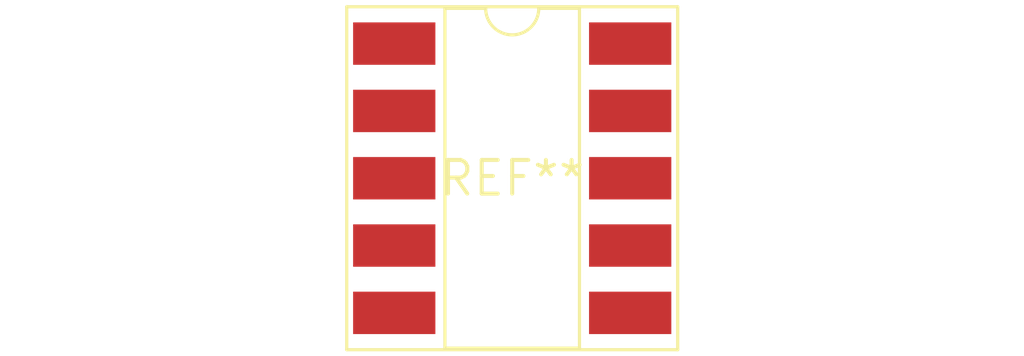
<source format=kicad_pcb>
(kicad_pcb (version 20240108) (generator pcbnew)
  (layers (0 "F.Cu" signal) (31 "B.Cu" signal) (34 "B.Paste" user) (35 "F.Paste" user) (36 "B.SilkS" user "B.Silkscreen") (37 "F.SilkS" user "F.Silkscreen") (38 "B.Mask" user) (39 "F.Mask" user) (44 "Edge.Cuts" user))
  (net 0 "")
  (footprint "DIP-10_W8.89mm_SMDSocket_LongPads" (layer "F.Cu") (at 0 0)
    (property "Reference" "REF**")
    (property "Value" "DIP-10_W8.89mm_SMDSocket_LongPads")
    (fp_line (start -6.235 -6.47) (end -6.235 6.47) (layer "F.SilkS") (stroke (width 0.12)))
    (fp_line (start -6.235 6.47) (end 6.235 6.47) (layer "F.SilkS") (stroke (width 0.12)))
    (fp_line (start -2.535 -6.41) (end -2.535 6.41) (layer "F.SilkS") (stroke (width 0.12)))
    (fp_line (start -2.535 6.41) (end 2.535 6.41) (layer "F.SilkS") (stroke (width 0.12)))
    (fp_line (start -1 -6.41) (end -2.535 -6.41) (layer "F.SilkS") (stroke (width 0.12)))
    (fp_line (start 2.535 -6.41) (end 1 -6.41) (layer "F.SilkS") (stroke (width 0.12)))
    (fp_line (start 2.535 6.41) (end 2.535 -6.41) (layer "F.SilkS") (stroke (width 0.12)))
    (fp_line (start 6.235 -6.47) (end -6.235 -6.47) (layer "F.SilkS") (stroke (width 0.12)))
    (fp_line (start 6.235 6.47) (end 6.235 -6.47) (layer "F.SilkS") (stroke (width 0.12)))
    (fp_arc (start 1 -6.41) (mid 0 -5.41) (end -1 -6.41) (layer "F.SilkS") (stroke (width 0.12)))
    (pad "1" smd rect (at -4.445 -5.08) (size 3.1 1.6) (layers "F.Cu" "F.Paste" "F.Mask"))
    (pad "2" smd rect (at -4.445 -2.54) (size 3.1 1.6) (layers "F.Cu" "F.Paste" "F.Mask"))
    (pad "3" smd rect (at -4.445 0) (size 3.1 1.6) (layers "F.Cu" "F.Paste" "F.Mask"))
    (pad "4" smd rect (at -4.445 2.54) (size 3.1 1.6) (layers "F.Cu" "F.Paste" "F.Mask"))
    (pad "5" smd rect (at -4.445 5.08) (size 3.1 1.6) (layers "F.Cu" "F.Paste" "F.Mask"))
    (pad "6" smd rect (at 4.445 5.08) (size 3.1 1.6) (layers "F.Cu" "F.Paste" "F.Mask"))
    (pad "7" smd rect (at 4.445 2.54) (size 3.1 1.6) (layers "F.Cu" "F.Paste" "F.Mask"))
    (pad "8" smd rect (at 4.445 0) (size 3.1 1.6) (layers "F.Cu" "F.Paste" "F.Mask"))
    (pad "9" smd rect (at 4.445 -2.54) (size 3.1 1.6) (layers "F.Cu" "F.Paste" "F.Mask"))
    (pad "10" smd rect (at 4.445 -5.08) (size 3.1 1.6) (layers "F.Cu" "F.Paste" "F.Mask"))
  )
)
</source>
